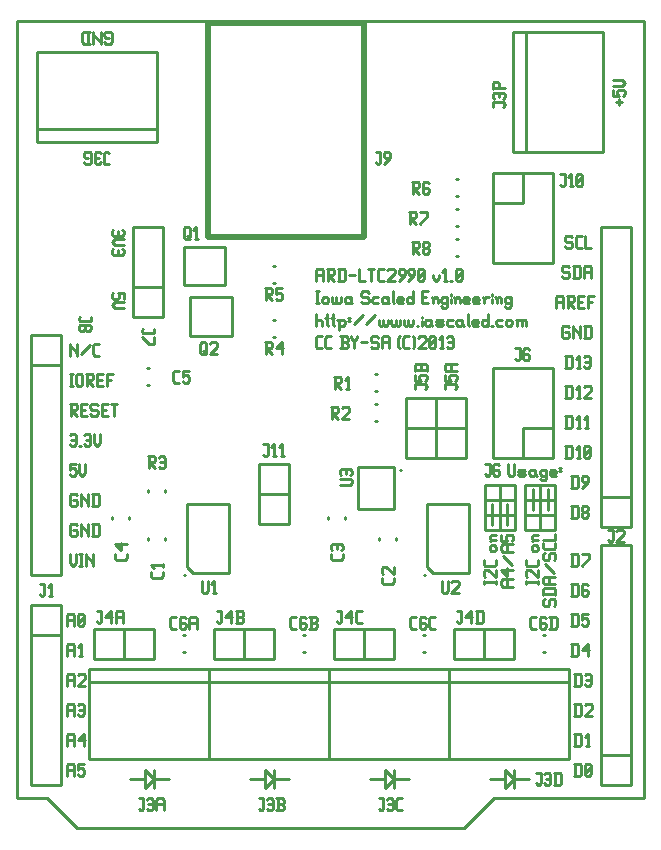
<source format=gbr>
G04 start of page 8 for group -4079 idx -4079 *
G04 Title: (unknown), topsilk *
G04 Creator: pcb 20110918 *
G04 CreationDate: Sat 02 Feb 2013 09:04:15 PM GMT UTC *
G04 For: petersen *
G04 Format: Gerber/RS-274X *
G04 PCB-Dimensions: 210000 270000 *
G04 PCB-Coordinate-Origin: lower left *
%MOIN*%
%FSLAX25Y25*%
%LNTOPSILK*%
%ADD71C,0.0200*%
%ADD70C,0.0100*%
G54D70*X500Y269500D02*X209500D01*
Y10500D02*X159500D01*
X149500Y500D01*
X20500D02*X10500Y10500D01*
X500D02*X10500D01*
X149500Y500D02*X20500D01*
X123000Y20000D02*Y14000D01*
X83000D02*X86000Y17000D01*
Y20000D02*Y14000D01*
X78000Y17000D02*X83000D01*
Y20000D02*Y14000D01*
Y20000D02*X86000Y17000D01*
X91000D01*
X123000Y14000D02*X126000Y17000D01*
Y20000D02*Y14000D01*
X118000Y17000D02*X123000D01*
Y20000D02*X126000Y17000D01*
X131000D01*
X43000Y14000D02*X46000Y17000D01*
X43000Y20000D02*X46000Y17000D01*
Y20000D02*Y14000D01*
X38000Y17000D02*X43000D01*
X46000D02*X51000D01*
X43000Y20000D02*Y14000D01*
X163000D02*X166000Y17000D01*
Y20000D02*Y14000D01*
X158000Y17000D02*X163000D01*
Y20000D02*Y14000D01*
Y20000D02*X166000Y17000D01*
X500Y10500D02*Y269500D01*
X166000Y17000D02*X171000D01*
X166300Y115000D02*Y100000D01*
X156300Y115000D02*X166300D01*
X156300Y110000D02*X166300D01*
X156300Y105000D02*X166300D01*
X156300Y100000D02*X166300D01*
X161300Y115000D02*Y100000D01*
X156300Y115000D02*Y100000D01*
X179800Y115000D02*Y100000D01*
X174800Y115000D02*Y100000D01*
X177300Y113500D02*Y106500D01*
X209500Y269500D02*Y10500D01*
X158800Y108500D02*Y101500D01*
X163800Y108500D02*Y101500D01*
X169800Y115000D02*Y100000D01*
Y115000D02*X179800D01*
X169800Y110000D02*X179800D01*
X169800Y105000D02*X179800D01*
X169800Y100000D02*X179800D01*
X172300Y113500D02*Y106500D01*
X17000Y71500D02*Y68000D01*
Y71500D02*X17500Y72000D01*
X19000D01*
X19500Y71500D01*
Y68000D01*
X17000Y70000D02*X19500D01*
X20700Y68500D02*X21200Y68000D01*
X20700Y71500D02*Y68500D01*
Y71500D02*X21200Y72000D01*
X22200D01*
X22700Y71500D01*
Y68500D01*
X22200Y68000D02*X22700Y68500D01*
X21200Y68000D02*X22200D01*
X20700Y69000D02*X22700Y71000D01*
X56000Y85000D02*X56500D01*
X20000Y112000D02*X20500Y111500D01*
X18500Y112000D02*X20000D01*
X18000Y111500D02*X18500Y112000D01*
X18000Y111500D02*Y108500D01*
X18500Y108000D01*
X20000D01*
X20500Y108500D01*
Y109500D02*Y108500D01*
X20000Y110000D02*X20500Y109500D01*
X19000Y110000D02*X20000D01*
X21700Y112000D02*Y108000D01*
Y112000D02*Y111500D01*
X24200Y109000D01*
Y112000D02*Y108000D01*
X25900Y112000D02*Y108000D01*
X27400Y112000D02*X27900Y111500D01*
Y108500D01*
X27400Y108000D02*X27900Y108500D01*
X25400Y108000D02*X27400D01*
X25400Y112000D02*X27400D01*
X20000Y102000D02*X20500Y101500D01*
X18500Y102000D02*X20000D01*
X18000Y101500D02*X18500Y102000D01*
X18000Y101500D02*Y98500D01*
X18500Y98000D01*
X20000D01*
X20500Y98500D01*
Y99500D02*Y98500D01*
X20000Y100000D02*X20500Y99500D01*
X19000Y100000D02*X20000D01*
X21700Y102000D02*Y98000D01*
Y102000D02*Y101500D01*
X24200Y99000D01*
Y102000D02*Y98000D01*
X25900Y102000D02*Y98000D01*
X27400Y102000D02*X27900Y101500D01*
Y98500D01*
X27400Y98000D02*X27900Y98500D01*
X25400Y98000D02*X27400D01*
X25400Y102000D02*X27400D01*
X18000Y92000D02*Y89000D01*
X19000Y88000D01*
X20000Y89000D01*
Y92000D02*Y89000D01*
X21200Y92000D02*X22200D01*
X21700D02*Y88000D01*
X21200D02*X22200D01*
X23400Y92000D02*Y88000D01*
Y92000D02*Y91500D01*
X25900Y89000D01*
Y92000D02*Y88000D01*
X18000Y162000D02*Y158000D01*
Y162000D02*Y161500D01*
X20500Y159000D01*
Y162000D02*Y158000D01*
X21700Y158500D02*X24700Y161500D01*
X26400Y158000D02*X27900D01*
X25900Y158500D02*X26400Y158000D01*
X25900Y161500D02*Y158500D01*
Y161500D02*X26400Y162000D01*
X27900D01*
X18000Y142000D02*X20000D01*
X20500Y141500D01*
Y140500D01*
X20000Y140000D02*X20500Y140500D01*
X18500Y140000D02*X20000D01*
X18500Y142000D02*Y138000D01*
Y140000D02*X20500Y138000D01*
X21700Y140000D02*X23200D01*
X21700Y138000D02*X23700D01*
X21700Y142000D02*Y138000D01*
Y142000D02*X23700D01*
X26900D02*X27400Y141500D01*
X25400Y142000D02*X26900D01*
X24900Y141500D02*X25400Y142000D01*
X24900Y141500D02*Y140500D01*
X25400Y140000D01*
X26900D01*
X27400Y139500D01*
Y138500D01*
X26900Y138000D02*X27400Y138500D01*
X25400Y138000D02*X26900D01*
X24900Y138500D02*X25400Y138000D01*
X28600Y140000D02*X30100D01*
X28600Y138000D02*X30600D01*
X28600Y142000D02*Y138000D01*
Y142000D02*X30600D01*
X31800D02*X33800D01*
X32800D02*Y138000D01*
X18000Y152000D02*X19000D01*
X18500D02*Y148000D01*
X18000D02*X19000D01*
X20200Y151500D02*Y148500D01*
Y151500D02*X20700Y152000D01*
X21700D01*
X22200Y151500D01*
Y148500D01*
X21700Y148000D02*X22200Y148500D01*
X20700Y148000D02*X21700D01*
X20200Y148500D02*X20700Y148000D01*
X23400Y152000D02*X25400D01*
X25900Y151500D01*
Y150500D01*
X25400Y150000D02*X25900Y150500D01*
X23900Y150000D02*X25400D01*
X23900Y152000D02*Y148000D01*
Y150000D02*X25900Y148000D01*
X27100Y150000D02*X28600D01*
X27100Y148000D02*X29100D01*
X27100Y152000D02*Y148000D01*
Y152000D02*X29100D01*
X30300D02*Y148000D01*
Y152000D02*X32300D01*
X30300Y150000D02*X31800D01*
X18000Y131500D02*X18500Y132000D01*
X19500D01*
X20000Y131500D01*
Y128500D01*
X19500Y128000D02*X20000Y128500D01*
X18500Y128000D02*X19500D01*
X18000Y128500D02*X18500Y128000D01*
Y130000D02*X20000D01*
X21200Y128000D02*X21700D01*
X22900Y131500D02*X23400Y132000D01*
X24400D01*
X24900Y131500D01*
Y128500D01*
X24400Y128000D02*X24900Y128500D01*
X23400Y128000D02*X24400D01*
X22900Y128500D02*X23400Y128000D01*
Y130000D02*X24900D01*
X26100Y132000D02*Y129000D01*
X27100Y128000D01*
X28100Y129000D01*
Y132000D02*Y129000D01*
X35500Y200000D02*X36000Y199500D01*
Y198500D01*
X35500Y198000D01*
X32500D02*X35500D01*
X32000Y198500D02*X32500Y198000D01*
X32000Y199500D02*Y198500D01*
X32500Y200000D02*X32000Y199500D01*
X34000D02*Y198000D01*
X33000Y196800D02*X36000D01*
X33000D02*X32000Y195800D01*
X33000Y194800D01*
X36000D01*
X35500Y193600D02*X36000Y193100D01*
Y192100D01*
X35500Y191600D01*
X32500D02*X35500D01*
X32000Y192100D02*X32500Y191600D01*
X32000Y193100D02*Y192100D01*
X32500Y193600D02*X32000Y193100D01*
X34000D02*Y191600D01*
X36000Y179000D02*Y177000D01*
X34000Y179000D02*X36000D01*
X34000D02*X34500Y178500D01*
Y177500D01*
X34000Y177000D01*
X32500D02*X34000D01*
X32000Y177500D02*X32500Y177000D01*
X32000Y178500D02*Y177500D01*
X32500Y179000D02*X32000Y178500D01*
X33000Y175800D02*X36000D01*
X33000D02*X32000Y174800D01*
X33000Y173800D01*
X36000D01*
X18000Y122000D02*X20000D01*
X18000D02*Y120000D01*
X18500Y120500D01*
X19500D01*
X20000Y120000D01*
Y118500D01*
X19500Y118000D02*X20000Y118500D01*
X18500Y118000D02*X19500D01*
X18000Y118500D02*X18500Y118000D01*
X21200Y122000D02*Y119000D01*
X22200Y118000D01*
X23200Y119000D01*
Y122000D02*Y119000D01*
X17000Y51500D02*Y48000D01*
Y51500D02*X17500Y52000D01*
X19000D01*
X19500Y51500D01*
Y48000D01*
X17000Y50000D02*X19500D01*
X20700Y51500D02*X21200Y52000D01*
X22700D01*
X23200Y51500D01*
Y50500D01*
X20700Y48000D02*X23200Y50500D01*
X20700Y48000D02*X23200D01*
X17000Y41500D02*Y38000D01*
Y41500D02*X17500Y42000D01*
X19000D01*
X19500Y41500D01*
Y38000D01*
X17000Y40000D02*X19500D01*
X20700Y41500D02*X21200Y42000D01*
X22200D01*
X22700Y41500D01*
Y38500D01*
X22200Y38000D02*X22700Y38500D01*
X21200Y38000D02*X22200D01*
X20700Y38500D02*X21200Y38000D01*
Y40000D02*X22700D01*
X17000Y21500D02*Y18000D01*
Y21500D02*X17500Y22000D01*
X19000D01*
X19500Y21500D01*
Y18000D01*
X17000Y20000D02*X19500D01*
X20700Y22000D02*X22700D01*
X20700D02*Y20000D01*
X21200Y20500D01*
X22200D01*
X22700Y20000D01*
Y18500D01*
X22200Y18000D02*X22700Y18500D01*
X21200Y18000D02*X22200D01*
X20700Y18500D02*X21200Y18000D01*
X17000Y31500D02*Y28000D01*
Y31500D02*X17500Y32000D01*
X19000D01*
X19500Y31500D01*
Y28000D01*
X17000Y30000D02*X19500D01*
X20700D02*X22700Y32000D01*
X20700Y30000D02*X23200D01*
X22700Y32000D02*Y28000D01*
X30000Y262000D02*X29500Y262500D01*
X30000Y262000D02*X31500D01*
X32000Y262500D02*X31500Y262000D01*
X32000Y265500D02*Y262500D01*
Y265500D02*X31500Y266000D01*
X30000D02*X31500D01*
X30000D02*X29500Y265500D01*
Y264500D01*
X30000Y264000D02*X29500Y264500D01*
X30000Y264000D02*X31000D01*
X28300Y266000D02*Y262000D01*
Y262500D02*Y262000D01*
Y262500D02*X25800Y265000D01*
Y266000D02*Y262000D01*
X24100Y266000D02*Y262000D01*
X22600D02*X22100Y262500D01*
Y265500D02*Y262500D01*
X22600Y266000D02*X22100Y265500D01*
X22600Y266000D02*X24600D01*
X22600Y262000D02*X24600D01*
X185500Y118000D02*Y114000D01*
X187000Y118000D02*X187500Y117500D01*
Y114500D01*
X187000Y114000D02*X187500Y114500D01*
X185000Y114000D02*X187000D01*
X185000Y118000D02*X187000D01*
X188700Y114000D02*X190700Y116000D01*
Y117500D02*Y116000D01*
X190200Y118000D02*X190700Y117500D01*
X189200Y118000D02*X190200D01*
X188700Y117500D02*X189200Y118000D01*
X188700Y117500D02*Y116500D01*
X189200Y116000D01*
X190700D01*
X183500Y128000D02*Y124000D01*
X185000Y128000D02*X185500Y127500D01*
Y124500D01*
X185000Y124000D02*X185500Y124500D01*
X183000Y124000D02*X185000D01*
X183000Y128000D02*X185000D01*
X187200Y124000D02*X188200D01*
X187700Y128000D02*Y124000D01*
X186700Y127000D02*X187700Y128000D01*
X189400Y124500D02*X189900Y124000D01*
X189400Y127500D02*Y124500D01*
Y127500D02*X189900Y128000D01*
X190900D01*
X191400Y127500D01*
Y124500D01*
X190900Y124000D02*X191400Y124500D01*
X189900Y124000D02*X190900D01*
X189400Y125000D02*X191400Y127000D01*
X183500Y138000D02*Y134000D01*
X185000Y138000D02*X185500Y137500D01*
Y134500D01*
X185000Y134000D02*X185500Y134500D01*
X183000Y134000D02*X185000D01*
X183000Y138000D02*X185000D01*
X187200Y134000D02*X188200D01*
X187700Y138000D02*Y134000D01*
X186700Y137000D02*X187700Y138000D01*
X189900Y134000D02*X190900D01*
X190400Y138000D02*Y134000D01*
X189400Y137000D02*X190400Y138000D01*
X183500Y148000D02*Y144000D01*
X185000Y148000D02*X185500Y147500D01*
Y144500D01*
X185000Y144000D02*X185500Y144500D01*
X183000Y144000D02*X185000D01*
X183000Y148000D02*X185000D01*
X187200Y144000D02*X188200D01*
X187700Y148000D02*Y144000D01*
X186700Y147000D02*X187700Y148000D01*
X189400Y147500D02*X189900Y148000D01*
X191400D01*
X191900Y147500D01*
Y146500D01*
X189400Y144000D02*X191900Y146500D01*
X189400Y144000D02*X191900D01*
X183500Y158000D02*Y154000D01*
X185000Y158000D02*X185500Y157500D01*
Y154500D01*
X185000Y154000D02*X185500Y154500D01*
X183000Y154000D02*X185000D01*
X183000Y158000D02*X185000D01*
X187200Y154000D02*X188200D01*
X187700Y158000D02*Y154000D01*
X186700Y157000D02*X187700Y158000D01*
X189400Y157500D02*X189900Y158000D01*
X190900D01*
X191400Y157500D01*
Y154500D01*
X190900Y154000D02*X191400Y154500D01*
X189900Y154000D02*X190900D01*
X189400Y154500D02*X189900Y154000D01*
Y156000D02*X191400D01*
X185500Y108000D02*Y104000D01*
X187000Y108000D02*X187500Y107500D01*
Y104500D01*
X187000Y104000D02*X187500Y104500D01*
X185000Y104000D02*X187000D01*
X185000Y108000D02*X187000D01*
X188700Y104500D02*X189200Y104000D01*
X188700Y105500D02*Y104500D01*
Y105500D02*X189200Y106000D01*
X190200D01*
X190700Y105500D01*
Y104500D01*
X190200Y104000D02*X190700Y104500D01*
X189200Y104000D02*X190200D01*
X188700Y106500D02*X189200Y106000D01*
X188700Y107500D02*Y106500D01*
Y107500D02*X189200Y108000D01*
X190200D01*
X190700Y107500D01*
Y106500D01*
X190200Y106000D02*X190700Y106500D01*
X184000Y168000D02*X184500Y167500D01*
X182500Y168000D02*X184000D01*
X182000Y167500D02*X182500Y168000D01*
X182000Y167500D02*Y164500D01*
X182500Y164000D01*
X184000D01*
X184500Y164500D01*
Y165500D02*Y164500D01*
X184000Y166000D02*X184500Y165500D01*
X183000Y166000D02*X184000D01*
X185700Y168000D02*Y164000D01*
Y168000D02*Y167500D01*
X188200Y165000D01*
Y168000D02*Y164000D01*
X189900Y168000D02*Y164000D01*
X191400Y168000D02*X191900Y167500D01*
Y164500D01*
X191400Y164000D02*X191900Y164500D01*
X189400Y164000D02*X191400D01*
X189400Y168000D02*X191400D01*
X180000Y177500D02*Y174000D01*
Y177500D02*X180500Y178000D01*
X182000D01*
X182500Y177500D01*
Y174000D01*
X180000Y176000D02*X182500D01*
X183700Y178000D02*X185700D01*
X186200Y177500D01*
Y176500D01*
X185700Y176000D02*X186200Y176500D01*
X184200Y176000D02*X185700D01*
X184200Y178000D02*Y174000D01*
Y176000D02*X186200Y174000D01*
X187400Y176000D02*X188900D01*
X187400Y174000D02*X189400D01*
X187400Y178000D02*Y174000D01*
Y178000D02*X189400D01*
X190600D02*Y174000D01*
Y178000D02*X192600D01*
X190600Y176000D02*X192100D01*
X185000Y198000D02*X185500Y197500D01*
X183500Y198000D02*X185000D01*
X183000Y197500D02*X183500Y198000D01*
X183000Y197500D02*Y196500D01*
X183500Y196000D01*
X185000D01*
X185500Y195500D01*
Y194500D01*
X185000Y194000D02*X185500Y194500D01*
X183500Y194000D02*X185000D01*
X183000Y194500D02*X183500Y194000D01*
X187200D02*X188700D01*
X186700Y194500D02*X187200Y194000D01*
X186700Y197500D02*Y194500D01*
Y197500D02*X187200Y198000D01*
X188700D01*
X189900D02*Y194000D01*
X191900D01*
X184000Y188000D02*X184500Y187500D01*
X182500Y188000D02*X184000D01*
X182000Y187500D02*X182500Y188000D01*
X182000Y187500D02*Y186500D01*
X182500Y186000D01*
X184000D01*
X184500Y185500D01*
Y184500D01*
X184000Y184000D02*X184500Y184500D01*
X182500Y184000D02*X184000D01*
X182000Y184500D02*X182500Y184000D01*
X186200Y188000D02*Y184000D01*
X187700Y188000D02*X188200Y187500D01*
Y184500D01*
X187700Y184000D02*X188200Y184500D01*
X185700Y184000D02*X187700D01*
X185700Y188000D02*X187700D01*
X189400Y187500D02*Y184000D01*
Y187500D02*X189900Y188000D01*
X191400D01*
X191900Y187500D01*
Y184000D01*
X189400Y186000D02*X191900D01*
X100000Y186500D02*Y183000D01*
Y186500D02*X100500Y187000D01*
X102000D01*
X102500Y186500D01*
Y183000D01*
X100000Y185000D02*X102500D01*
X103700Y187000D02*X105700D01*
X106200Y186500D01*
Y185500D01*
X105700Y185000D02*X106200Y185500D01*
X104200Y185000D02*X105700D01*
X104200Y187000D02*Y183000D01*
Y185000D02*X106200Y183000D01*
X107900Y187000D02*Y183000D01*
X109400Y187000D02*X109900Y186500D01*
Y183500D01*
X109400Y183000D02*X109900Y183500D01*
X107400Y183000D02*X109400D01*
X107400Y187000D02*X109400D01*
X111100Y185000D02*X113100D01*
X114300Y187000D02*Y183000D01*
X116300D01*
X117500Y187000D02*X119500D01*
X118500D02*Y183000D01*
X121200D02*X122700D01*
X120700Y183500D02*X121200Y183000D01*
X120700Y186500D02*Y183500D01*
Y186500D02*X121200Y187000D01*
X122700D01*
X123900Y186500D02*X124400Y187000D01*
X125900D01*
X126400Y186500D01*
Y185500D01*
X123900Y183000D02*X126400Y185500D01*
X123900Y183000D02*X126400D01*
X127600D02*X129600Y185000D01*
Y186500D02*Y185000D01*
X129100Y187000D02*X129600Y186500D01*
X128100Y187000D02*X129100D01*
X127600Y186500D02*X128100Y187000D01*
X127600Y186500D02*Y185500D01*
X128100Y185000D01*
X129600D01*
X130800Y183000D02*X132800Y185000D01*
Y186500D02*Y185000D01*
X132300Y187000D02*X132800Y186500D01*
X131300Y187000D02*X132300D01*
X130800Y186500D02*X131300Y187000D01*
X130800Y186500D02*Y185500D01*
X131300Y185000D01*
X132800D01*
X134000Y183500D02*X134500Y183000D01*
X134000Y186500D02*Y183500D01*
Y186500D02*X134500Y187000D01*
X135500D01*
X136000Y186500D01*
Y183500D01*
X135500Y183000D02*X136000Y183500D01*
X134500Y183000D02*X135500D01*
X134000Y184000D02*X136000Y186000D01*
X139000Y185000D02*Y184000D01*
X140000Y183000D01*
X141000Y184000D01*
Y185000D02*Y184000D01*
X142700Y183000D02*X143700D01*
X143200Y187000D02*Y183000D01*
X142200Y186000D02*X143200Y187000D01*
X144900Y183000D02*X145400D01*
X146600Y183500D02*X147100Y183000D01*
X146600Y186500D02*Y183500D01*
Y186500D02*X147100Y187000D01*
X148100D01*
X148600Y186500D01*
Y183500D01*
X148100Y183000D02*X148600Y183500D01*
X147100Y183000D02*X148100D01*
X146600Y184000D02*X148600Y186000D01*
X100000Y179500D02*X101000D01*
X100500D02*Y175500D01*
X100000D02*X101000D01*
X102200Y177000D02*Y176000D01*
Y177000D02*X102700Y177500D01*
X103700D01*
X104200Y177000D01*
Y176000D01*
X103700Y175500D02*X104200Y176000D01*
X102700Y175500D02*X103700D01*
X102200Y176000D02*X102700Y175500D01*
X105400Y177500D02*Y176000D01*
X105900Y175500D01*
X106400D01*
X106900Y176000D01*
Y177500D02*Y176000D01*
X107400Y175500D01*
X107900D01*
X108400Y176000D01*
Y177500D02*Y176000D01*
X111100Y177500D02*X111600Y177000D01*
X110100Y177500D02*X111100D01*
X109600Y177000D02*X110100Y177500D01*
X109600Y177000D02*Y176000D01*
X110100Y175500D01*
X111600Y177500D02*Y176000D01*
X112100Y175500D01*
X110100D02*X111100D01*
X111600Y176000D01*
X117100Y179500D02*X117600Y179000D01*
X115600Y179500D02*X117100D01*
X115100Y179000D02*X115600Y179500D01*
X115100Y179000D02*Y178000D01*
X115600Y177500D01*
X117100D01*
X117600Y177000D01*
Y176000D01*
X117100Y175500D02*X117600Y176000D01*
X115600Y175500D02*X117100D01*
X115100Y176000D02*X115600Y175500D01*
X119300Y177500D02*X120800D01*
X118800Y177000D02*X119300Y177500D01*
X118800Y177000D02*Y176000D01*
X119300Y175500D01*
X120800D01*
X123500Y177500D02*X124000Y177000D01*
X122500Y177500D02*X123500D01*
X122000Y177000D02*X122500Y177500D01*
X122000Y177000D02*Y176000D01*
X122500Y175500D01*
X124000Y177500D02*Y176000D01*
X124500Y175500D01*
X122500D02*X123500D01*
X124000Y176000D01*
X125700Y179500D02*Y176000D01*
X126200Y175500D01*
X127700D02*X129200D01*
X127200Y176000D02*X127700Y175500D01*
X127200Y177000D02*Y176000D01*
Y177000D02*X127700Y177500D01*
X128700D01*
X129200Y177000D01*
X127200Y176500D02*X129200D01*
Y177000D02*Y176500D01*
X132400Y179500D02*Y175500D01*
X131900D02*X132400Y176000D01*
X130900Y175500D02*X131900D01*
X130400Y176000D02*X130900Y175500D01*
X130400Y177000D02*Y176000D01*
Y177000D02*X130900Y177500D01*
X131900D01*
X132400Y177000D01*
X135400Y177500D02*X136900D01*
X135400Y175500D02*X137400D01*
X135400Y179500D02*Y175500D01*
Y179500D02*X137400D01*
X139100Y177000D02*Y175500D01*
Y177000D02*X139600Y177500D01*
X140100D01*
X140600Y177000D01*
Y175500D01*
X138600Y177500D02*X139100Y177000D01*
X143300Y177500D02*X143800Y177000D01*
X142300Y177500D02*X143300D01*
X141800Y177000D02*X142300Y177500D01*
X141800Y177000D02*Y176000D01*
X142300Y175500D01*
X143300D01*
X143800Y176000D01*
X141800Y174500D02*X142300Y174000D01*
X143300D01*
X143800Y174500D01*
Y177500D02*Y174500D01*
X145000Y178500D02*Y178000D01*
Y177000D02*Y175500D01*
X146500Y177000D02*Y175500D01*
Y177000D02*X147000Y177500D01*
X147500D01*
X148000Y177000D01*
Y175500D01*
X146000Y177500D02*X146500Y177000D01*
X149700Y175500D02*X151200D01*
X149200Y176000D02*X149700Y175500D01*
X149200Y177000D02*Y176000D01*
Y177000D02*X149700Y177500D01*
X150700D01*
X151200Y177000D01*
X149200Y176500D02*X151200D01*
Y177000D02*Y176500D01*
X152900Y175500D02*X154400D01*
X152400Y176000D02*X152900Y175500D01*
X152400Y177000D02*Y176000D01*
Y177000D02*X152900Y177500D01*
X153900D01*
X154400Y177000D01*
X152400Y176500D02*X154400D01*
Y177000D02*Y176500D01*
X156100Y177000D02*Y175500D01*
Y177000D02*X156600Y177500D01*
X157600D01*
X155600D02*X156100Y177000D01*
X158800Y178500D02*Y178000D01*
Y177000D02*Y175500D01*
X160300Y177000D02*Y175500D01*
Y177000D02*X160800Y177500D01*
X161300D01*
X161800Y177000D01*
Y175500D01*
X159800Y177500D02*X160300Y177000D01*
X164500Y177500D02*X165000Y177000D01*
X163500Y177500D02*X164500D01*
X163000Y177000D02*X163500Y177500D01*
X163000Y177000D02*Y176000D01*
X163500Y175500D01*
X164500D01*
X165000Y176000D01*
X163000Y174500D02*X163500Y174000D01*
X164500D01*
X165000Y174500D01*
Y177500D02*Y174500D01*
X100000Y172000D02*Y168000D01*
Y169500D02*X100500Y170000D01*
X101500D01*
X102000Y169500D01*
Y168000D01*
X103700Y172000D02*Y168500D01*
X104200Y168000D01*
X103200Y170500D02*X104200D01*
X105700Y172000D02*Y168500D01*
X106200Y168000D01*
X105200Y170500D02*X106200D01*
X107700Y169500D02*Y166500D01*
X107200Y170000D02*X107700Y169500D01*
X108200Y170000D01*
X109200D01*
X109700Y169500D01*
Y168500D01*
X109200Y168000D02*X109700Y168500D01*
X108200Y168000D02*X109200D01*
X107700Y168500D02*X108200Y168000D01*
X110900Y170500D02*X111400D01*
X110900Y169500D02*X111400D01*
X112600Y168500D02*X115600Y171500D01*
X116800Y168500D02*X119800Y171500D01*
X121000Y170000D02*Y168500D01*
X121500Y168000D01*
X122000D01*
X122500Y168500D01*
Y170000D02*Y168500D01*
X123000Y168000D01*
X123500D01*
X124000Y168500D01*
Y170000D02*Y168500D01*
X125200Y170000D02*Y168500D01*
X125700Y168000D01*
X126200D01*
X126700Y168500D01*
Y170000D02*Y168500D01*
X127200Y168000D01*
X127700D01*
X128200Y168500D01*
Y170000D02*Y168500D01*
X129400Y170000D02*Y168500D01*
X129900Y168000D01*
X130400D01*
X130900Y168500D01*
Y170000D02*Y168500D01*
X131400Y168000D01*
X131900D01*
X132400Y168500D01*
Y170000D02*Y168500D01*
X133600Y168000D02*X134100D01*
X135300Y171000D02*Y170500D01*
Y169500D02*Y168000D01*
X137800Y170000D02*X138300Y169500D01*
X136800Y170000D02*X137800D01*
X136300Y169500D02*X136800Y170000D01*
X136300Y169500D02*Y168500D01*
X136800Y168000D01*
X138300Y170000D02*Y168500D01*
X138800Y168000D01*
X136800D02*X137800D01*
X138300Y168500D01*
X140500Y168000D02*X142000D01*
X142500Y168500D01*
X142000Y169000D02*X142500Y168500D01*
X140500Y169000D02*X142000D01*
X140000Y169500D02*X140500Y169000D01*
X140000Y169500D02*X140500Y170000D01*
X142000D01*
X142500Y169500D01*
X140000Y168500D02*X140500Y168000D01*
X144200Y170000D02*X145700D01*
X143700Y169500D02*X144200Y170000D01*
X143700Y169500D02*Y168500D01*
X144200Y168000D01*
X145700D01*
X148400Y170000D02*X148900Y169500D01*
X147400Y170000D02*X148400D01*
X146900Y169500D02*X147400Y170000D01*
X146900Y169500D02*Y168500D01*
X147400Y168000D01*
X148900Y170000D02*Y168500D01*
X149400Y168000D01*
X147400D02*X148400D01*
X148900Y168500D01*
X150600Y172000D02*Y168500D01*
X151100Y168000D01*
X152600D02*X154100D01*
X152100Y168500D02*X152600Y168000D01*
X152100Y169500D02*Y168500D01*
Y169500D02*X152600Y170000D01*
X153600D01*
X154100Y169500D01*
X152100Y169000D02*X154100D01*
Y169500D02*Y169000D01*
X157300Y172000D02*Y168000D01*
X156800D02*X157300Y168500D01*
X155800Y168000D02*X156800D01*
X155300Y168500D02*X155800Y168000D01*
X155300Y169500D02*Y168500D01*
Y169500D02*X155800Y170000D01*
X156800D01*
X157300Y169500D01*
X158500Y168000D02*X159000D01*
X160700Y170000D02*X162200D01*
X160200Y169500D02*X160700Y170000D01*
X160200Y169500D02*Y168500D01*
X160700Y168000D01*
X162200D01*
X163400Y169500D02*Y168500D01*
Y169500D02*X163900Y170000D01*
X164900D01*
X165400Y169500D01*
Y168500D01*
X164900Y168000D02*X165400Y168500D01*
X163900Y168000D02*X164900D01*
X163400Y168500D02*X163900Y168000D01*
X167100Y169500D02*Y168000D01*
Y169500D02*X167600Y170000D01*
X168100D01*
X168600Y169500D01*
Y168000D01*
Y169500D02*X169100Y170000D01*
X169600D01*
X170100Y169500D01*
Y168000D01*
X166600Y170000D02*X167100Y169500D01*
X100500Y160500D02*X102000D01*
X100000Y161000D02*X100500Y160500D01*
X100000Y164000D02*Y161000D01*
Y164000D02*X100500Y164500D01*
X102000D01*
X103700Y160500D02*X105200D01*
X103200Y161000D02*X103700Y160500D01*
X103200Y164000D02*Y161000D01*
Y164000D02*X103700Y164500D01*
X105200D01*
X108200Y160500D02*X110200D01*
X110700Y161000D01*
Y162000D02*Y161000D01*
X110200Y162500D02*X110700Y162000D01*
X108700Y162500D02*X110200D01*
X108700Y164500D02*Y160500D01*
X108200Y164500D02*X110200D01*
X110700Y164000D01*
Y163000D01*
X110200Y162500D02*X110700Y163000D01*
X111900Y164500D02*Y164000D01*
X112900Y163000D01*
X113900Y164000D01*
Y164500D02*Y164000D01*
X112900Y163000D02*Y160500D01*
X115100Y162500D02*X117100D01*
X120300Y164500D02*X120800Y164000D01*
X118800Y164500D02*X120300D01*
X118300Y164000D02*X118800Y164500D01*
X118300Y164000D02*Y163000D01*
X118800Y162500D01*
X120300D01*
X120800Y162000D01*
Y161000D01*
X120300Y160500D02*X120800Y161000D01*
X118800Y160500D02*X120300D01*
X118300Y161000D02*X118800Y160500D01*
X122000Y164000D02*Y160500D01*
Y164000D02*X122500Y164500D01*
X124000D01*
X124500Y164000D01*
Y160500D01*
X122000Y162500D02*X124500D01*
X127500Y161000D02*X128000Y160500D01*
X127500Y164000D02*X128000Y164500D01*
X127500Y164000D02*Y161000D01*
X129700Y160500D02*X131200D01*
X129200Y161000D02*X129700Y160500D01*
X129200Y164000D02*Y161000D01*
Y164000D02*X129700Y164500D01*
X131200D01*
X132400D02*X132900Y164000D01*
Y161000D01*
X132400Y160500D02*X132900Y161000D01*
X134100Y164000D02*X134600Y164500D01*
X136100D01*
X136600Y164000D01*
Y163000D01*
X134100Y160500D02*X136600Y163000D01*
X134100Y160500D02*X136600D01*
X137800Y161000D02*X138300Y160500D01*
X137800Y164000D02*Y161000D01*
Y164000D02*X138300Y164500D01*
X139300D01*
X139800Y164000D01*
Y161000D01*
X139300Y160500D02*X139800Y161000D01*
X138300Y160500D02*X139300D01*
X137800Y161500D02*X139800Y163500D01*
X141500Y160500D02*X142500D01*
X142000Y164500D02*Y160500D01*
X141000Y163500D02*X142000Y164500D01*
X143700Y164000D02*X144200Y164500D01*
X145200D01*
X145700Y164000D01*
Y161000D01*
X145200Y160500D02*X145700Y161000D01*
X144200Y160500D02*X145200D01*
X143700Y161000D02*X144200Y160500D01*
Y162500D02*X145700D01*
X201000Y243500D02*Y241500D01*
X200000Y242500D02*X202000D01*
X199000Y246700D02*Y244700D01*
X201000D01*
X200500Y245200D01*
Y246200D02*Y245200D01*
Y246200D02*X201000Y246700D01*
X202500D01*
X203000Y246200D02*X202500Y246700D01*
X203000Y246200D02*Y245200D01*
X202500Y244700D02*X203000Y245200D01*
X199000Y247900D02*X202000D01*
X203000Y248900D01*
X202000Y249900D01*
X199000D02*X202000D01*
X128000Y120000D02*X128500D01*
X156500Y122000D02*X158000D01*
Y118500D01*
X157500Y118000D02*X158000Y118500D01*
X157000Y118000D02*X157500D01*
X156500Y118500D02*X157000Y118000D01*
X160700Y122000D02*X161200Y121500D01*
X159700Y122000D02*X160700D01*
X159200Y121500D02*X159700Y122000D01*
X159200Y121500D02*Y118500D01*
X159700Y118000D01*
X160700Y120000D02*X161200Y119500D01*
X159200Y120000D02*X160700D01*
X159700Y118000D02*X160700D01*
X161200Y118500D01*
Y119500D02*Y118500D01*
X164200Y122000D02*Y118500D01*
X164700Y118000D01*
X165700D01*
X166200Y118500D01*
Y122000D02*Y118500D01*
X167900Y118000D02*X169400D01*
X169900Y118500D01*
X169400Y119000D02*X169900Y118500D01*
X167900Y119000D02*X169400D01*
X167400Y119500D02*X167900Y119000D01*
X167400Y119500D02*X167900Y120000D01*
X169400D01*
X169900Y119500D01*
X167400Y118500D02*X167900Y118000D01*
X172600Y120000D02*X173100Y119500D01*
X171600Y120000D02*X172600D01*
X171100Y119500D02*X171600Y120000D01*
X171100Y119500D02*Y118500D01*
X171600Y118000D01*
X173100Y120000D02*Y118500D01*
X173600Y118000D01*
X171600D02*X172600D01*
X173100Y118500D01*
X176300Y120000D02*X176800Y119500D01*
X175300Y120000D02*X176300D01*
X174800Y119500D02*X175300Y120000D01*
X174800Y119500D02*Y118500D01*
X175300Y118000D01*
X176300D01*
X176800Y118500D01*
X174800Y117000D02*X175300Y116500D01*
X176300D01*
X176800Y117000D01*
Y120000D02*Y117000D01*
X178500Y118000D02*X180000D01*
X178000Y118500D02*X178500Y118000D01*
X178000Y119500D02*Y118500D01*
Y119500D02*X178500Y120000D01*
X179500D01*
X180000Y119500D01*
X178000Y119000D02*X180000D01*
Y119500D02*Y119000D01*
X181200Y120500D02*X181700D01*
X181200Y119500D02*X181700D01*
X17000Y61500D02*Y58000D01*
Y61500D02*X17500Y62000D01*
X19000D01*
X19500Y61500D01*
Y58000D01*
X17000Y60000D02*X19500D01*
X21200Y58000D02*X22200D01*
X21700Y62000D02*Y58000D01*
X20700Y61000D02*X21700Y62000D01*
X185500D02*Y58000D01*
X187000Y62000D02*X187500Y61500D01*
Y58500D01*
X187000Y58000D02*X187500Y58500D01*
X185000Y58000D02*X187000D01*
X185000Y62000D02*X187000D01*
X188700Y60000D02*X190700Y62000D01*
X188700Y60000D02*X191200D01*
X190700Y62000D02*Y58000D01*
X186500Y52000D02*Y48000D01*
X188000Y52000D02*X188500Y51500D01*
Y48500D01*
X188000Y48000D02*X188500Y48500D01*
X186000Y48000D02*X188000D01*
X186000Y52000D02*X188000D01*
X189700Y51500D02*X190200Y52000D01*
X191200D01*
X191700Y51500D01*
Y48500D01*
X191200Y48000D02*X191700Y48500D01*
X190200Y48000D02*X191200D01*
X189700Y48500D02*X190200Y48000D01*
Y50000D02*X191700D01*
X186500Y42000D02*Y38000D01*
X188000Y42000D02*X188500Y41500D01*
Y38500D01*
X188000Y38000D02*X188500Y38500D01*
X186000Y38000D02*X188000D01*
X186000Y42000D02*X188000D01*
X189700Y41500D02*X190200Y42000D01*
X191700D01*
X192200Y41500D01*
Y40500D01*
X189700Y38000D02*X192200Y40500D01*
X189700Y38000D02*X192200D01*
X186500Y22000D02*Y18000D01*
X188000Y22000D02*X188500Y21500D01*
Y18500D01*
X188000Y18000D02*X188500Y18500D01*
X186000Y18000D02*X188000D01*
X186000Y22000D02*X188000D01*
X189700Y18500D02*X190200Y18000D01*
X189700Y21500D02*Y18500D01*
Y21500D02*X190200Y22000D01*
X191200D01*
X191700Y21500D01*
Y18500D01*
X191200Y18000D02*X191700Y18500D01*
X190200Y18000D02*X191200D01*
X189700Y19000D02*X191700Y21000D01*
X186500Y32000D02*Y28000D01*
X188000Y32000D02*X188500Y31500D01*
Y28500D01*
X188000Y28000D02*X188500Y28500D01*
X186000Y28000D02*X188000D01*
X186000Y32000D02*X188000D01*
X190200Y28000D02*X191200D01*
X190700Y32000D02*Y28000D01*
X189700Y31000D02*X190700Y32000D01*
X185500Y72000D02*Y68000D01*
X187000Y72000D02*X187500Y71500D01*
Y68500D01*
X187000Y68000D02*X187500Y68500D01*
X185000Y68000D02*X187000D01*
X185000Y72000D02*X187000D01*
X188700D02*X190700D01*
X188700D02*Y70000D01*
X189200Y70500D01*
X190200D01*
X190700Y70000D01*
Y68500D01*
X190200Y68000D02*X190700Y68500D01*
X189200Y68000D02*X190200D01*
X188700Y68500D02*X189200Y68000D01*
X185500Y82000D02*Y78000D01*
X187000Y82000D02*X187500Y81500D01*
Y78500D01*
X187000Y78000D02*X187500Y78500D01*
X185000Y78000D02*X187000D01*
X185000Y82000D02*X187000D01*
X190200D02*X190700Y81500D01*
X189200Y82000D02*X190200D01*
X188700Y81500D02*X189200Y82000D01*
X188700Y81500D02*Y78500D01*
X189200Y78000D01*
X190200Y80000D02*X190700Y79500D01*
X188700Y80000D02*X190200D01*
X189200Y78000D02*X190200D01*
X190700Y78500D01*
Y79500D02*Y78500D01*
X185500Y92000D02*Y88000D01*
X187000Y92000D02*X187500Y91500D01*
Y88500D01*
X187000Y88000D02*X187500Y88500D01*
X185000Y88000D02*X187000D01*
X185000Y92000D02*X187000D01*
X188700Y88000D02*X191200Y90500D01*
Y92000D02*Y90500D01*
X188700Y92000D02*X191200D01*
X136000Y85000D02*X136500D01*
X170000Y83000D02*Y82000D01*
Y82500D02*X174000D01*
Y83000D02*Y82000D01*
X170500Y84200D02*X170000Y84700D01*
Y86200D02*Y84700D01*
Y86200D02*X170500Y86700D01*
X171500D01*
X174000Y84200D02*X171500Y86700D01*
X174000D02*Y84200D01*
Y89900D02*Y88400D01*
X173500Y87900D02*X174000Y88400D01*
X170500Y87900D02*X173500D01*
X170500D02*X170000Y88400D01*
Y89900D02*Y88400D01*
X172500Y92900D02*X173500D01*
X172500D02*X172000Y93400D01*
Y94400D02*Y93400D01*
Y94400D02*X172500Y94900D01*
X173500D01*
X174000Y94400D02*X173500Y94900D01*
X174000Y94400D02*Y93400D01*
X173500Y92900D02*X174000Y93400D01*
X172500Y96600D02*X174000D01*
X172500D02*X172000Y97100D01*
Y97600D02*Y97100D01*
Y97600D02*X172500Y98100D01*
X174000D01*
X172000Y96100D02*X172500Y96600D01*
X175800Y76500D02*X176300Y77000D01*
X175800Y76500D02*Y75000D01*
X176300Y74500D02*X175800Y75000D01*
X176300Y74500D02*X177300D01*
X177800Y75000D01*
Y76500D02*Y75000D01*
Y76500D02*X178300Y77000D01*
X179300D01*
X179800Y76500D02*X179300Y77000D01*
X179800Y76500D02*Y75000D01*
X179300Y74500D02*X179800Y75000D01*
X175800Y78700D02*X179800D01*
X175800Y80200D02*X176300Y80700D01*
X179300D01*
X179800Y80200D02*X179300Y80700D01*
X179800Y80200D02*Y78200D01*
X175800Y80200D02*Y78200D01*
X176300Y81900D02*X179800D01*
X176300D02*X175800Y82400D01*
Y83900D02*Y82400D01*
Y83900D02*X176300Y84400D01*
X179800D01*
X177800D02*Y81900D01*
X179300Y85600D02*X176300Y88600D01*
X175800Y91800D02*X176300Y92300D01*
X175800Y91800D02*Y90300D01*
X176300Y89800D02*X175800Y90300D01*
X176300Y89800D02*X177300D01*
X177800Y90300D01*
Y91800D02*Y90300D01*
Y91800D02*X178300Y92300D01*
X179300D01*
X179800Y91800D02*X179300Y92300D01*
X179800Y91800D02*Y90300D01*
X179300Y89800D02*X179800Y90300D01*
Y95500D02*Y94000D01*
X179300Y93500D02*X179800Y94000D01*
X176300Y93500D02*X179300D01*
X176300D02*X175800Y94000D01*
Y95500D02*Y94000D01*
Y96700D02*X179800D01*
Y98700D02*Y96700D01*
X156000Y83000D02*Y82000D01*
Y82500D02*X160000D01*
Y83000D02*Y82000D01*
X156500Y84200D02*X156000Y84700D01*
Y86200D02*Y84700D01*
Y86200D02*X156500Y86700D01*
X157500D01*
X160000Y84200D02*X157500Y86700D01*
X160000D02*Y84200D01*
Y89900D02*Y88400D01*
X159500Y87900D02*X160000Y88400D01*
X156500Y87900D02*X159500D01*
X156500D02*X156000Y88400D01*
Y89900D02*Y88400D01*
X158500Y92900D02*X159500D01*
X158500D02*X158000Y93400D01*
Y94400D02*Y93400D01*
Y94400D02*X158500Y94900D01*
X159500D01*
X160000Y94400D02*X159500Y94900D01*
X160000Y94400D02*Y93400D01*
X159500Y92900D02*X160000Y93400D01*
X158500Y96600D02*X160000D01*
X158500D02*X158000Y97100D01*
Y97600D02*Y97100D01*
Y97600D02*X158500Y98100D01*
X160000D01*
X158000Y96100D02*X158500Y96600D01*
X162300Y81000D02*X165800D01*
X162300D02*X161800Y81500D01*
Y83000D02*Y81500D01*
Y83000D02*X162300Y83500D01*
X165800D01*
X163800D02*Y81000D01*
Y84700D02*X161800Y86700D01*
X163800Y87200D02*Y84700D01*
X161800Y86700D02*X165800D01*
X165300Y88400D02*X162300Y91400D01*
Y92600D02*X165800D01*
X162300D02*X161800Y93100D01*
Y94600D02*Y93100D01*
Y94600D02*X162300Y95100D01*
X165800D01*
X163800D02*Y92600D01*
X161800Y98300D02*Y96300D01*
X163800D01*
X163300Y96800D01*
Y97800D02*Y96800D01*
Y97800D02*X163800Y98300D01*
X165300D01*
X165800Y97800D02*X165300Y98300D01*
X165800Y97800D02*Y96800D01*
X165300Y96300D02*X165800Y96800D01*
X85607Y169755D02*X86393D01*
X85607Y164245D02*X86393D01*
X66000Y57000D02*X86000D01*
Y67000D02*Y57000D01*
X66000Y67000D02*X86000D01*
X66000D02*Y57000D01*
X76000Y67000D02*Y57000D01*
X66000Y67000D02*X76000D01*
X95607Y64755D02*X96393D01*
X95607Y59245D02*X96393D01*
X81000Y122000D02*Y102000D01*
X91000D01*
Y122000D02*Y102000D01*
X81000Y122000D02*X91000D01*
X81000Y112000D02*X91000D01*
Y122000D02*Y112000D01*
X5000Y165000D02*Y85000D01*
X15000D01*
Y165000D01*
X5000D01*
Y155000D02*X15000D01*
Y165000D01*
X5000Y75000D02*Y15000D01*
X15000D01*
Y75000D01*
X5000D01*
Y65000D02*X15000D01*
Y75000D01*
X49755Y113393D02*Y112607D01*
X44245Y113393D02*Y112607D01*
X32245Y104393D02*Y103607D01*
X37755Y104393D02*Y103607D01*
X49755Y97393D02*Y96607D01*
X44245Y97393D02*Y96607D01*
X26000Y57000D02*X46000D01*
Y67000D02*Y57000D01*
X26000Y67000D02*X46000D01*
X26000D02*Y57000D01*
X36000Y67000D02*Y57000D01*
X26000Y67000D02*X36000D01*
X64500Y23700D02*X104500D01*
X64500Y53700D02*X104500D01*
X64500Y49300D02*X104500D01*
X64500Y53700D02*Y23700D01*
X104500Y53700D02*Y23700D01*
X24500D02*X64500D01*
X24500Y53700D02*X64500D01*
X24500Y49300D02*X64500D01*
X24500Y53700D02*Y23700D01*
X64500Y53700D02*Y23700D01*
X55607Y64755D02*X56393D01*
X55607Y59245D02*X56393D01*
X59000Y85504D02*X57000Y87504D01*
X71000Y108496D02*Y85504D01*
X59000D02*X71000D01*
X57000Y108496D02*Y87504D01*
Y108496D02*X71000D01*
X146607Y196755D02*X147393D01*
X146607Y191245D02*X147393D01*
X146607Y201245D02*X147393D01*
X146607Y206755D02*X147393D01*
X146607Y211245D02*X147393D01*
X146607Y216755D02*X147393D01*
X159000Y219000D02*Y189000D01*
X179000D01*
Y219000D01*
X159000D01*
Y209000D02*X169000D01*
Y219000D01*
X195800Y266000D02*Y226000D01*
X165800Y266000D02*Y226000D01*
X170200Y266000D02*Y226000D01*
X165800D02*X195800D01*
X165800Y266000D02*X195800D01*
X43607Y148245D02*X44393D01*
X43607Y153755D02*X44393D01*
X119607Y146245D02*X120393D01*
X119607Y151755D02*X120393D01*
X85607Y187755D02*X86393D01*
X85607Y182245D02*X86393D01*
X56000Y181500D02*X69900D01*
Y194300D02*Y181500D01*
X56000Y194300D02*X69900D01*
X56000D02*Y181500D01*
X58100Y177500D02*X72000D01*
X58100D02*Y164700D01*
X72000D01*
Y177500D02*Y164700D01*
X7000Y259300D02*X47000D01*
X7000Y229300D02*X47000D01*
X7000Y233700D02*X47000D01*
Y259300D02*Y229300D01*
X7000Y259300D02*Y229300D01*
G54D71*X64000Y269000D02*Y197700D01*
X116000Y269000D02*Y197700D01*
X64000D02*X116000D01*
Y269000D02*X64000Y269020D01*
G54D70*X49000Y201000D02*Y171000D01*
X39000Y201000D02*X49000D01*
X39000D02*Y171000D01*
X49000D01*
X39000Y181000D02*X49000D01*
X39000D02*Y171000D01*
X175607Y64755D02*X176393D01*
X175607Y59245D02*X176393D01*
X144500Y23700D02*X184500D01*
X144500Y53700D02*X184500D01*
X144500Y49300D02*X184500D01*
X144500Y53700D02*Y23700D01*
X184500Y53700D02*Y23700D01*
X146000Y57000D02*X166000D01*
Y67000D02*Y57000D01*
X146000Y67000D02*X166000D01*
X146000D02*Y57000D01*
X156000Y67000D02*Y57000D01*
X146000Y67000D02*X156000D01*
X104500Y23700D02*X144500D01*
X104500Y53700D02*X144500D01*
X104500Y49300D02*X144500D01*
X104500Y53700D02*Y23700D01*
X144500Y53700D02*Y23700D01*
X106000Y57000D02*X126000D01*
Y67000D02*Y57000D01*
X106000Y67000D02*X126000D01*
X106000D02*Y57000D01*
X116000Y67000D02*Y57000D01*
X106000Y67000D02*X116000D01*
X135607Y64755D02*X136393D01*
X135607Y59245D02*X136393D01*
X130000Y144000D02*Y124000D01*
X140000D01*
Y144000D02*Y124000D01*
X130000Y144000D02*X140000D01*
X130000Y134000D02*X140000D01*
Y144000D02*Y134000D01*
X119607Y136245D02*X120393D01*
X119607Y141755D02*X120393D01*
X126000Y120900D02*Y107000D01*
X114200Y120900D02*X126000D01*
X114200D02*Y107000D01*
X126000D01*
X104245Y104393D02*Y103607D01*
X109755Y104393D02*Y103607D01*
X126755Y97393D02*Y96607D01*
X121245Y97393D02*Y96607D01*
X205000Y95000D02*Y15000D01*
X195000Y95000D02*X205000D01*
X195000D02*Y15000D01*
X205000D01*
X195000Y25000D02*X205000D01*
X195000D02*Y15000D01*
X205000Y201000D02*Y101000D01*
X195000Y201000D02*X205000D01*
X195000D02*Y101000D01*
X205000D01*
X195000Y111000D02*X205000D01*
X195000D02*Y101000D01*
X139000Y85504D02*X137000Y87504D01*
X151000Y108496D02*Y85504D01*
X139000D02*X151000D01*
X137000Y108496D02*Y87504D01*
Y108496D02*X151000D01*
X140000Y144000D02*Y124000D01*
X150000D01*
Y144000D02*Y124000D01*
X140000Y144000D02*X150000D01*
X140000Y134000D02*X150000D01*
Y144000D02*Y134000D01*
X179000Y154000D02*Y124000D01*
X159000Y154000D02*X179000D01*
X159000D02*Y124000D01*
X179000D01*
X169000Y134000D02*X179000D01*
X169000D02*Y124000D01*
X131000Y206000D02*X133000D01*
X133500Y205500D01*
Y204500D01*
X133000Y204000D02*X133500Y204500D01*
X131500Y204000D02*X133000D01*
X131500Y206000D02*Y202000D01*
Y204000D02*X133500Y202000D01*
X134700D02*X137200Y204500D01*
Y206000D02*Y204500D01*
X134700Y206000D02*X137200D01*
X132000Y216000D02*X134000D01*
X134500Y215500D01*
Y214500D01*
X134000Y214000D02*X134500Y214500D01*
X132500Y214000D02*X134000D01*
X132500Y216000D02*Y212000D01*
Y214000D02*X134500Y212000D01*
X137200Y216000D02*X137700Y215500D01*
X136200Y216000D02*X137200D01*
X135700Y215500D02*X136200Y216000D01*
X135700Y215500D02*Y212500D01*
X136200Y212000D01*
X137200Y214000D02*X137700Y213500D01*
X135700Y214000D02*X137200D01*
X136200Y212000D02*X137200D01*
X137700Y212500D01*
Y213500D02*Y212500D01*
X120000Y226000D02*X121500D01*
Y222500D01*
X121000Y222000D02*X121500Y222500D01*
X120500Y222000D02*X121000D01*
X120000Y222500D02*X120500Y222000D01*
X122700D02*X124700Y224000D01*
Y225500D02*Y224000D01*
X124200Y226000D02*X124700Y225500D01*
X123200Y226000D02*X124200D01*
X122700Y225500D02*X123200Y226000D01*
X122700Y225500D02*Y224500D01*
X123200Y224000D01*
X124700D01*
X197500Y100000D02*X199000D01*
Y96500D01*
X198500Y96000D02*X199000Y96500D01*
X198000Y96000D02*X198500D01*
X197500Y96500D02*X198000Y96000D01*
X200200Y99500D02*X200700Y100000D01*
X202200D01*
X202700Y99500D01*
Y98500D01*
X200200Y96000D02*X202700Y98500D01*
X200200Y96000D02*X202700D01*
X132000Y196000D02*X134000D01*
X134500Y195500D01*
Y194500D01*
X134000Y194000D02*X134500Y194500D01*
X132500Y194000D02*X134000D01*
X132500Y196000D02*Y192000D01*
Y194000D02*X134500Y192000D01*
X135700Y192500D02*X136200Y192000D01*
X135700Y193500D02*Y192500D01*
Y193500D02*X136200Y194000D01*
X137200D01*
X137700Y193500D01*
Y192500D01*
X137200Y192000D02*X137700Y192500D01*
X136200Y192000D02*X137200D01*
X135700Y194500D02*X136200Y194000D01*
X135700Y195500D02*Y194500D01*
Y195500D02*X136200Y196000D01*
X137200D01*
X137700Y195500D01*
Y194500D01*
X137200Y194000D02*X137700Y194500D01*
X133000Y148500D02*Y147000D01*
Y148500D02*X136500D01*
X137000Y148000D02*X136500Y148500D01*
X137000Y148000D02*Y147500D01*
X136500Y147000D02*X137000Y147500D01*
X133000Y151700D02*Y149700D01*
X135000D01*
X134500Y150200D01*
Y151200D02*Y150200D01*
Y151200D02*X135000Y151700D01*
X136500D01*
X137000Y151200D02*X136500Y151700D01*
X137000Y151200D02*Y150200D01*
X136500Y149700D02*X137000Y150200D01*
Y154900D02*Y152900D01*
Y154900D02*X136500Y155400D01*
X135500D02*X136500D01*
X135000Y154900D02*X135500Y155400D01*
X135000Y154900D02*Y153400D01*
X133000D02*X137000D01*
X133000Y154900D02*Y152900D01*
Y154900D02*X133500Y155400D01*
X134500D01*
X135000Y154900D02*X134500Y155400D01*
X143000Y148500D02*Y147000D01*
Y148500D02*X146500D01*
X147000Y148000D02*X146500Y148500D01*
X147000Y148000D02*Y147500D01*
X146500Y147000D02*X147000Y147500D01*
X143000Y151700D02*Y149700D01*
X145000D01*
X144500Y150200D01*
Y151200D02*Y150200D01*
Y151200D02*X145000Y151700D01*
X146500D01*
X147000Y151200D02*X146500Y151700D01*
X147000Y151200D02*Y150200D01*
X146500Y149700D02*X147000Y150200D01*
X143500Y152900D02*X147000D01*
X143500D02*X143000Y153400D01*
Y154900D02*Y153400D01*
Y154900D02*X143500Y155400D01*
X147000D01*
X145000D02*Y152900D01*
X166500Y160500D02*X168000D01*
Y157000D01*
X167500Y156500D02*X168000Y157000D01*
X167000Y156500D02*X167500D01*
X166500Y157000D02*X167000Y156500D01*
X170700Y160500D02*X171200Y160000D01*
X169700Y160500D02*X170700D01*
X169200Y160000D02*X169700Y160500D01*
X169200Y160000D02*Y157000D01*
X169700Y156500D01*
X170700Y158500D02*X171200Y158000D01*
X169200Y158500D02*X170700D01*
X169700Y156500D02*X170700D01*
X171200Y157000D01*
Y158000D02*Y157000D01*
X181500Y218500D02*X183000D01*
Y215000D01*
X182500Y214500D02*X183000Y215000D01*
X182000Y214500D02*X182500D01*
X181500Y215000D02*X182000Y214500D01*
X184700D02*X185700D01*
X185200Y218500D02*Y214500D01*
X184200Y217500D02*X185200Y218500D01*
X186900Y215000D02*X187400Y214500D01*
X186900Y218000D02*Y215000D01*
Y218000D02*X187400Y218500D01*
X188400D01*
X188900Y218000D01*
Y215000D01*
X188400Y214500D02*X188900Y215000D01*
X187400Y214500D02*X188400D01*
X186900Y215500D02*X188900Y217500D01*
X159000Y242500D02*Y241000D01*
Y242500D02*X162500D01*
X163000Y242000D02*X162500Y242500D01*
X163000Y242000D02*Y241500D01*
X162500Y241000D02*X163000Y241500D01*
X159500Y243700D02*X159000Y244200D01*
Y245200D02*Y244200D01*
Y245200D02*X159500Y245700D01*
X162500D01*
X163000Y245200D02*X162500Y245700D01*
X163000Y245200D02*Y244200D01*
X162500Y243700D02*X163000Y244200D01*
X161000Y245700D02*Y244200D01*
X159000Y247400D02*X163000D01*
X159000Y248900D02*Y246900D01*
Y248900D02*X159500Y249400D01*
X160500D01*
X161000Y248900D02*X160500Y249400D01*
X161000Y248900D02*Y247400D01*
X56000Y200500D02*Y197500D01*
Y200500D02*X56500Y201000D01*
X57500D01*
X58000Y200500D01*
Y197500D01*
X57500Y197000D02*X58000Y197500D01*
X56500Y197000D02*X57500D01*
X56000Y197500D02*X56500Y197000D01*
X57000Y198000D02*X58000Y197000D01*
X59700D02*X60700D01*
X60200Y201000D02*Y197000D01*
X59200Y200000D02*X60200Y201000D01*
X25000Y171000D02*Y169500D01*
X21500D02*X25000D01*
X21000Y170000D02*X21500Y169500D01*
X21000Y170500D02*Y170000D01*
X21500Y171000D02*X21000Y170500D01*
X21500Y168300D02*X21000Y167800D01*
X21500Y168300D02*X22500D01*
X23000Y167800D01*
Y166800D01*
X22500Y166300D01*
X21500D02*X22500D01*
X21000Y166800D02*X21500Y166300D01*
X21000Y167800D02*Y166800D01*
X23500Y168300D02*X23000Y167800D01*
X23500Y168300D02*X24500D01*
X25000Y167800D01*
Y166800D01*
X24500Y166300D01*
X23500D02*X24500D01*
X23000Y166800D02*X23500Y166300D01*
X83000Y162500D02*X85000D01*
X85500Y162000D01*
Y161000D01*
X85000Y160500D02*X85500Y161000D01*
X83500Y160500D02*X85000D01*
X83500Y162500D02*Y158500D01*
Y160500D02*X85500Y158500D01*
X86700Y160500D02*X88700Y162500D01*
X86700Y160500D02*X89200D01*
X88700Y162500D02*Y158500D01*
X106000Y151000D02*X108000D01*
X108500Y150500D01*
Y149500D01*
X108000Y149000D02*X108500Y149500D01*
X106500Y149000D02*X108000D01*
X106500Y151000D02*Y147000D01*
Y149000D02*X108500Y147000D01*
X110200D02*X111200D01*
X110700Y151000D02*Y147000D01*
X109700Y150000D02*X110700Y151000D01*
X8000Y82000D02*X9500D01*
Y78500D01*
X9000Y78000D02*X9500Y78500D01*
X8500Y78000D02*X9000D01*
X8000Y78500D02*X8500Y78000D01*
X11200D02*X12200D01*
X11700Y82000D02*Y78000D01*
X10700Y81000D02*X11700Y82000D01*
X37000Y92000D02*Y90500D01*
X36500Y90000D02*X37000Y90500D01*
X33500Y90000D02*X36500D01*
X33500D02*X33000Y90500D01*
Y92000D02*Y90500D01*
X35000Y93200D02*X33000Y95200D01*
X35000Y95700D02*Y93200D01*
X33000Y95200D02*X37000D01*
X67000Y73000D02*X68500D01*
Y69500D01*
X68000Y69000D02*X68500Y69500D01*
X67500Y69000D02*X68000D01*
X67000Y69500D02*X67500Y69000D01*
X69700Y71000D02*X71700Y73000D01*
X69700Y71000D02*X72200D01*
X71700Y73000D02*Y69000D01*
X73400D02*X75400D01*
X75900Y69500D01*
Y70500D02*Y69500D01*
X75400Y71000D02*X75900Y70500D01*
X73900Y71000D02*X75400D01*
X73900Y73000D02*Y69000D01*
X73400Y73000D02*X75400D01*
X75900Y72500D01*
Y71500D01*
X75400Y71000D02*X75900Y71500D01*
X92000Y67000D02*X93500D01*
X91500Y67500D02*X92000Y67000D01*
X91500Y70500D02*Y67500D01*
Y70500D02*X92000Y71000D01*
X93500D01*
X96200D02*X96700Y70500D01*
X95200Y71000D02*X96200D01*
X94700Y70500D02*X95200Y71000D01*
X94700Y70500D02*Y67500D01*
X95200Y67000D01*
X96200Y69000D02*X96700Y68500D01*
X94700Y69000D02*X96200D01*
X95200Y67000D02*X96200D01*
X96700Y67500D01*
Y68500D02*Y67500D01*
X97900Y67000D02*X99900D01*
X100400Y67500D01*
Y68500D02*Y67500D01*
X99900Y69000D02*X100400Y68500D01*
X98400Y69000D02*X99900D01*
X98400Y71000D02*Y67000D01*
X97900Y71000D02*X99900D01*
X100400Y70500D01*
Y69500D01*
X99900Y69000D02*X100400Y69500D01*
X49000Y86000D02*Y84500D01*
X48500Y84000D02*X49000Y84500D01*
X45500Y84000D02*X48500D01*
X45500D02*X45000Y84500D01*
Y86000D02*Y84500D01*
X49000Y88700D02*Y87700D01*
X45000Y88200D02*X49000D01*
X46000Y87200D02*X45000Y88200D01*
X27000Y73000D02*X28500D01*
Y69500D01*
X28000Y69000D02*X28500Y69500D01*
X27500Y69000D02*X28000D01*
X27000Y69500D02*X27500Y69000D01*
X29700Y71000D02*X31700Y73000D01*
X29700Y71000D02*X32200D01*
X31700Y73000D02*Y69000D01*
X33400Y72500D02*Y69000D01*
Y72500D02*X33900Y73000D01*
X35400D01*
X35900Y72500D01*
Y69000D01*
X33400Y71000D02*X35900D01*
X29500Y222000D02*X31000D01*
X29500Y225500D02*Y222000D01*
X30000Y226000D02*X29500Y225500D01*
X30000Y226000D02*X30500D01*
X31000Y225500D02*X30500Y226000D01*
X28300Y222500D02*X27800Y222000D01*
X26800D02*X27800D01*
X26800D02*X26300Y222500D01*
Y225500D02*Y222500D01*
X26800Y226000D02*X26300Y225500D01*
X26800Y226000D02*X27800D01*
X28300Y225500D02*X27800Y226000D01*
X26300Y224000D02*X27800D01*
X23100Y222000D02*X22600Y222500D01*
X23100Y222000D02*X24600D01*
X25100Y222500D02*X24600Y222000D01*
X25100Y225500D02*Y222500D01*
Y225500D02*X24600Y226000D01*
X23100D02*X24600D01*
X23100D02*X22600Y225500D01*
Y224500D01*
X23100Y224000D02*X22600Y224500D01*
X23100Y224000D02*X24100D01*
X44000Y124500D02*X46000D01*
X46500Y124000D01*
Y123000D01*
X46000Y122500D02*X46500Y123000D01*
X44500Y122500D02*X46000D01*
X44500Y124500D02*Y120500D01*
Y122500D02*X46500Y120500D01*
X47700Y124000D02*X48200Y124500D01*
X49200D01*
X49700Y124000D01*
Y121000D01*
X49200Y120500D02*X49700Y121000D01*
X48200Y120500D02*X49200D01*
X47700Y121000D02*X48200Y120500D01*
Y122500D02*X49700D01*
X53000Y149000D02*X54500D01*
X52500Y149500D02*X53000Y149000D01*
X52500Y152500D02*Y149500D01*
Y152500D02*X53000Y153000D01*
X54500D01*
X55700D02*X57700D01*
X55700D02*Y151000D01*
X56200Y151500D01*
X57200D01*
X57700Y151000D01*
Y149500D01*
X57200Y149000D02*X57700Y149500D01*
X56200Y149000D02*X57200D01*
X55700Y149500D02*X56200Y149000D01*
X83000Y180500D02*X85000D01*
X85500Y180000D01*
Y179000D01*
X85000Y178500D02*X85500Y179000D01*
X83500Y178500D02*X85000D01*
X83500Y180500D02*Y176500D01*
Y178500D02*X85500Y176500D01*
X86700Y180500D02*X88700D01*
X86700D02*Y178500D01*
X87200Y179000D01*
X88200D01*
X88700Y178500D01*
Y177000D01*
X88200Y176500D02*X88700Y177000D01*
X87200Y176500D02*X88200D01*
X86700Y177000D02*X87200Y176500D01*
X46000Y167000D02*Y165500D01*
X42500D02*X46000D01*
X42000Y166000D02*X42500Y165500D01*
X42000Y166500D02*Y166000D01*
X42500Y167000D02*X42000Y166500D01*
Y164300D02*X44500Y161800D01*
X46000D01*
Y164300D02*Y161800D01*
X61500Y162000D02*Y159000D01*
Y162000D02*X62000Y162500D01*
X63000D01*
X63500Y162000D01*
Y159000D01*
X63000Y158500D02*X63500Y159000D01*
X62000Y158500D02*X63000D01*
X61500Y159000D02*X62000Y158500D01*
X62500Y159500D02*X63500Y158500D01*
X64700Y162000D02*X65200Y162500D01*
X66700D01*
X67200Y162000D01*
Y161000D01*
X64700Y158500D02*X67200Y161000D01*
X64700Y158500D02*X67200D01*
X82500Y128500D02*X84000D01*
Y125000D01*
X83500Y124500D02*X84000Y125000D01*
X83000Y124500D02*X83500D01*
X82500Y125000D02*X83000Y124500D01*
X85700D02*X86700D01*
X86200Y128500D02*Y124500D01*
X85200Y127500D02*X86200Y128500D01*
X88400Y124500D02*X89400D01*
X88900Y128500D02*Y124500D01*
X87900Y127500D02*X88900Y128500D01*
X105000Y141000D02*X107000D01*
X107500Y140500D01*
Y139500D01*
X107000Y139000D02*X107500Y139500D01*
X105500Y139000D02*X107000D01*
X105500Y141000D02*Y137000D01*
Y139000D02*X107500Y137000D01*
X108700Y140500D02*X109200Y141000D01*
X110700D01*
X111200Y140500D01*
Y139500D01*
X108700Y137000D02*X111200Y139500D01*
X108700Y137000D02*X111200D01*
X108000Y115000D02*X111500D01*
X112000Y115500D01*
Y116500D02*Y115500D01*
Y116500D02*X111500Y117000D01*
X108000D02*X111500D01*
X108500Y118200D02*X108000Y118700D01*
Y119700D02*Y118700D01*
Y119700D02*X108500Y120200D01*
X111500D01*
X112000Y119700D02*X111500Y120200D01*
X112000Y119700D02*Y118700D01*
X111500Y118200D02*X112000Y118700D01*
X110000Y120200D02*Y118700D01*
X109000Y92000D02*Y90500D01*
X108500Y90000D02*X109000Y90500D01*
X105500Y90000D02*X108500D01*
X105500D02*X105000Y90500D01*
Y92000D02*Y90500D01*
X105500Y93200D02*X105000Y93700D01*
Y94700D02*Y93700D01*
Y94700D02*X105500Y95200D01*
X108500D01*
X109000Y94700D02*X108500Y95200D01*
X109000Y94700D02*Y93700D01*
X108500Y93200D02*X109000Y93700D01*
X107000Y95200D02*Y93700D01*
X172000Y67000D02*X173500D01*
X171500Y67500D02*X172000Y67000D01*
X171500Y70500D02*Y67500D01*
Y70500D02*X172000Y71000D01*
X173500D01*
X176200D02*X176700Y70500D01*
X175200Y71000D02*X176200D01*
X174700Y70500D02*X175200Y71000D01*
X174700Y70500D02*Y67500D01*
X175200Y67000D01*
X176200Y69000D02*X176700Y68500D01*
X174700Y69000D02*X176200D01*
X175200Y67000D02*X176200D01*
X176700Y67500D01*
Y68500D02*Y67500D01*
X178400Y71000D02*Y67000D01*
X179900Y71000D02*X180400Y70500D01*
Y67500D01*
X179900Y67000D02*X180400Y67500D01*
X177900Y67000D02*X179900D01*
X177900Y71000D02*X179900D01*
X173500Y19000D02*X175000D01*
Y15500D01*
X174500Y15000D02*X175000Y15500D01*
X174000Y15000D02*X174500D01*
X173500Y15500D02*X174000Y15000D01*
X176200Y18500D02*X176700Y19000D01*
X177700D01*
X178200Y18500D01*
Y15500D01*
X177700Y15000D02*X178200Y15500D01*
X176700Y15000D02*X177700D01*
X176200Y15500D02*X176700Y15000D01*
Y17000D02*X178200D01*
X179900Y19000D02*Y15000D01*
X181400Y19000D02*X181900Y18500D01*
Y15500D01*
X181400Y15000D02*X181900Y15500D01*
X179400Y15000D02*X181400D01*
X179400Y19000D02*X181400D01*
X147000Y73000D02*X148500D01*
Y69500D01*
X148000Y69000D02*X148500Y69500D01*
X147500Y69000D02*X148000D01*
X147000Y69500D02*X147500Y69000D01*
X149700Y71000D02*X151700Y73000D01*
X149700Y71000D02*X152200D01*
X151700Y73000D02*Y69000D01*
X153900Y73000D02*Y69000D01*
X155400Y73000D02*X155900Y72500D01*
Y69500D01*
X155400Y69000D02*X155900Y69500D01*
X153400Y69000D02*X155400D01*
X153400Y73000D02*X155400D01*
X121000Y10500D02*X122500D01*
Y7000D01*
X122000Y6500D02*X122500Y7000D01*
X121500Y6500D02*X122000D01*
X121000Y7000D02*X121500Y6500D01*
X123700Y10000D02*X124200Y10500D01*
X125200D01*
X125700Y10000D01*
Y7000D01*
X125200Y6500D02*X125700Y7000D01*
X124200Y6500D02*X125200D01*
X123700Y7000D02*X124200Y6500D01*
Y8500D02*X125700D01*
X127400Y6500D02*X128900D01*
X126900Y7000D02*X127400Y6500D01*
X126900Y10000D02*Y7000D01*
Y10000D02*X127400Y10500D01*
X128900D01*
X81000D02*X82500D01*
Y7000D01*
X82000Y6500D02*X82500Y7000D01*
X81500Y6500D02*X82000D01*
X81000Y7000D02*X81500Y6500D01*
X83700Y10000D02*X84200Y10500D01*
X85200D01*
X85700Y10000D01*
Y7000D01*
X85200Y6500D02*X85700Y7000D01*
X84200Y6500D02*X85200D01*
X83700Y7000D02*X84200Y6500D01*
Y8500D02*X85700D01*
X86900Y6500D02*X88900D01*
X89400Y7000D01*
Y8000D02*Y7000D01*
X88900Y8500D02*X89400Y8000D01*
X87400Y8500D02*X88900D01*
X87400Y10500D02*Y6500D01*
X86900Y10500D02*X88900D01*
X89400Y10000D01*
Y9000D01*
X88900Y8500D02*X89400Y9000D01*
X107000Y73000D02*X108500D01*
Y69500D01*
X108000Y69000D02*X108500Y69500D01*
X107500Y69000D02*X108000D01*
X107000Y69500D02*X107500Y69000D01*
X109700Y71000D02*X111700Y73000D01*
X109700Y71000D02*X112200D01*
X111700Y73000D02*Y69000D01*
X113900D02*X115400D01*
X113400Y69500D02*X113900Y69000D01*
X113400Y72500D02*Y69500D01*
Y72500D02*X113900Y73000D01*
X115400D01*
X132000Y67000D02*X133500D01*
X131500Y67500D02*X132000Y67000D01*
X131500Y70500D02*Y67500D01*
Y70500D02*X132000Y71000D01*
X133500D01*
X136200D02*X136700Y70500D01*
X135200Y71000D02*X136200D01*
X134700Y70500D02*X135200Y71000D01*
X134700Y70500D02*Y67500D01*
X135200Y67000D01*
X136200Y69000D02*X136700Y68500D01*
X134700Y69000D02*X136200D01*
X135200Y67000D02*X136200D01*
X136700Y67500D01*
Y68500D02*Y67500D01*
X138400Y67000D02*X139900D01*
X137900Y67500D02*X138400Y67000D01*
X137900Y70500D02*Y67500D01*
Y70500D02*X138400Y71000D01*
X139900D01*
X41000Y10500D02*X42500D01*
Y7000D01*
X42000Y6500D02*X42500Y7000D01*
X41500Y6500D02*X42000D01*
X41000Y7000D02*X41500Y6500D01*
X43700Y10000D02*X44200Y10500D01*
X45200D01*
X45700Y10000D01*
Y7000D01*
X45200Y6500D02*X45700Y7000D01*
X44200Y6500D02*X45200D01*
X43700Y7000D02*X44200Y6500D01*
Y8500D02*X45700D01*
X46900Y10000D02*Y6500D01*
Y10000D02*X47400Y10500D01*
X48900D01*
X49400Y10000D01*
Y6500D01*
X46900Y8500D02*X49400D01*
X62000Y83000D02*Y79500D01*
X62500Y79000D01*
X63500D01*
X64000Y79500D01*
Y83000D02*Y79500D01*
X65700Y79000D02*X66700D01*
X66200Y83000D02*Y79000D01*
X65200Y82000D02*X66200Y83000D01*
X52000Y67000D02*X53500D01*
X51500Y67500D02*X52000Y67000D01*
X51500Y70500D02*Y67500D01*
Y70500D02*X52000Y71000D01*
X53500D01*
X56200D02*X56700Y70500D01*
X55200Y71000D02*X56200D01*
X54700Y70500D02*X55200Y71000D01*
X54700Y70500D02*Y67500D01*
X55200Y67000D01*
X56200Y69000D02*X56700Y68500D01*
X54700Y69000D02*X56200D01*
X55200Y67000D02*X56200D01*
X56700Y67500D01*
Y68500D02*Y67500D01*
X57900Y70500D02*Y67000D01*
Y70500D02*X58400Y71000D01*
X59900D01*
X60400Y70500D01*
Y67000D01*
X57900Y69000D02*X60400D01*
X142000Y83000D02*Y79500D01*
X142500Y79000D01*
X143500D01*
X144000Y79500D01*
Y83000D02*Y79500D01*
X145200Y82500D02*X145700Y83000D01*
X147200D01*
X147700Y82500D01*
Y81500D01*
X145200Y79000D02*X147700Y81500D01*
X145200Y79000D02*X147700D01*
X126000Y84000D02*Y82500D01*
X125500Y82000D02*X126000Y82500D01*
X122500Y82000D02*X125500D01*
X122500D02*X122000Y82500D01*
Y84000D02*Y82500D01*
X122500Y85200D02*X122000Y85700D01*
Y87200D02*Y85700D01*
Y87200D02*X122500Y87700D01*
X123500D01*
X126000Y85200D02*X123500Y87700D01*
X126000D02*Y85200D01*
M02*

</source>
